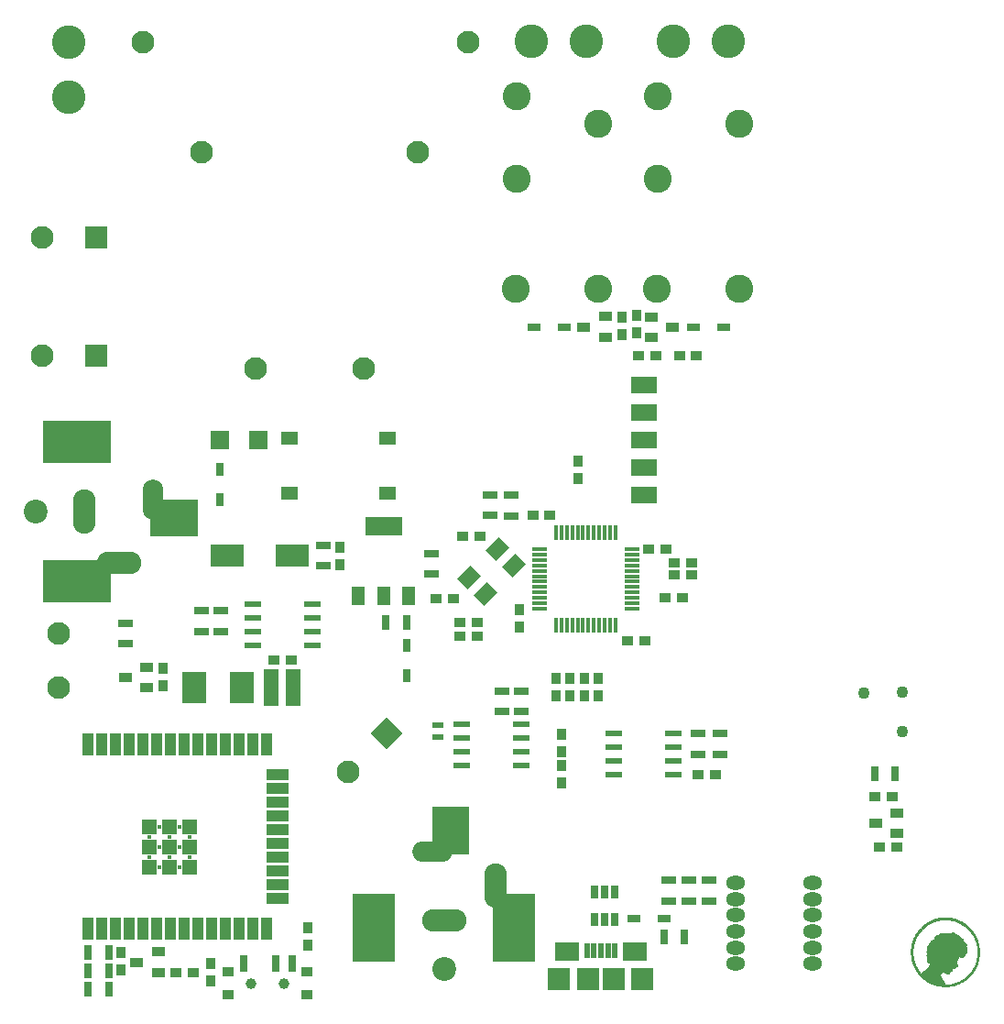
<source format=gts>
G04*
G04 #@! TF.GenerationSoftware,Altium Limited,Altium Designer,22.6.1 (34)*
G04*
G04 Layer_Color=16711833*
%FSLAX25Y25*%
%MOIN*%
G70*
G04*
G04 #@! TF.SameCoordinates,8414C9FA-97DA-49A9-B933-D5EF8910B524*
G04*
G04*
G04 #@! TF.FilePolarity,Negative*
G04*
G01*
G75*
%ADD19R,0.04194X0.03494*%
%ADD20R,0.04764X0.03543*%
%ADD21R,0.03150X0.05512*%
%ADD22R,0.05512X0.03150*%
%ADD23R,0.02717X0.05158*%
%ADD24R,0.04528X0.02559*%
%ADD25R,0.07874X0.07874*%
%ADD26R,0.08661X0.06693*%
%ADD27R,0.01968X0.05709*%
%ADD28R,0.03494X0.04194*%
%ADD29R,0.09252X0.06102*%
%ADD30R,0.05194X0.01594*%
%ADD31R,0.01594X0.05194*%
%ADD32R,0.06299X0.02362*%
G04:AMPARAMS|DCode=33|XSize=66.93mil|YSize=53.15mil|CornerRadius=0mil|HoleSize=0mil|Usage=FLASHONLY|Rotation=45.000|XOffset=0mil|YOffset=0mil|HoleType=Round|Shape=Rectangle|*
%AMROTATEDRECTD33*
4,1,4,-0.00487,-0.04245,-0.04245,-0.00487,0.00487,0.04245,0.04245,0.00487,-0.00487,-0.04245,0.0*
%
%ADD33ROTATEDRECTD33*%

%ADD34R,0.15748X0.24803*%
%ADD35R,0.13386X0.17717*%
%ADD36R,0.04331X0.02362*%
%ADD37R,0.02559X0.04528*%
%ADD38R,0.06496X0.05118*%
%ADD39R,0.06693X0.06693*%
%ADD40R,0.04331X0.03543*%
%ADD41R,0.03150X0.06299*%
%ADD42R,0.03937X0.08268*%
%ADD43R,0.08268X0.03937*%
%ADD44R,0.05630X0.05630*%
%ADD45R,0.05512X0.13780*%
%ADD46R,0.08894X0.11193*%
%ADD47R,0.24803X0.15748*%
%ADD48R,0.17717X0.13386*%
%ADD49R,0.13386X0.06693*%
%ADD50R,0.05118X0.06693*%
%ADD51R,0.12205X0.08268*%
%ADD52C,0.12205*%
%ADD53O,0.07087X0.05118*%
%ADD54C,0.04331*%
%ADD55C,0.10236*%
%ADD56O,0.14567X0.07480*%
%ADD57O,0.08268X0.16142*%
%ADD58O,0.16142X0.08268*%
%ADD59C,0.08661*%
%ADD60C,0.08268*%
%ADD61P,0.11692X4X270.0*%
%ADD62C,0.03937*%
%ADD63C,0.01575*%
%ADD64O,0.07480X0.14567*%
%ADD65R,0.08268X0.08268*%
G36*
X344611Y31252D02*
X345077D01*
X345124Y31205D01*
X345451D01*
X345497Y31158D01*
X345754D01*
X345800Y31111D01*
X346104D01*
X346174Y31040D01*
X346430D01*
X346500Y30970D01*
X346734D01*
X346804Y30899D01*
X346874D01*
X346944Y30828D01*
X347130D01*
X347154Y30805D01*
X347364D01*
X347457Y30711D01*
X347574D01*
X347620Y30664D01*
X347760D01*
X347854Y30570D01*
X347970D01*
X348040Y30499D01*
X348203D01*
X348297Y30405D01*
X348437D01*
X348553Y30287D01*
X348717D01*
X348810Y30193D01*
X348880D01*
X348973Y30099D01*
X349113D01*
X349207Y30005D01*
X349300D01*
X349417Y29887D01*
X349510D01*
X349580Y29817D01*
X349650D01*
X349743Y29722D01*
X349837D01*
X349953Y29605D01*
X350023D01*
X350093Y29534D01*
X350163D01*
X350257Y29440D01*
X350280D01*
X350327Y29393D01*
X350373D01*
X350443Y29322D01*
X350490D01*
X350560Y29252D01*
Y29252D01*
X350607D01*
X350700Y29158D01*
X350723D01*
X350816Y29063D01*
X350863D01*
X350957Y28969D01*
X351003D01*
X351097Y28875D01*
X351143D01*
X351260Y28758D01*
X351283D01*
X351400Y28640D01*
X351423D01*
X351493Y28569D01*
X351540D01*
X351657Y28452D01*
Y28451D01*
X351773Y28334D01*
X351820D01*
X351983Y28169D01*
Y28169D01*
X352006D01*
X352100Y28075D01*
X352100D01*
X352286Y27887D01*
X352310D01*
X352893Y27298D01*
Y27251D01*
X353290Y26851D01*
X353290D01*
Y26804D01*
X353500Y26592D01*
Y26569D01*
X353686Y26381D01*
Y26333D01*
X353756Y26263D01*
Y26239D01*
X353896Y26098D01*
Y26028D01*
X354013Y25910D01*
X354013D01*
Y25886D01*
X354106Y25792D01*
Y25745D01*
X354176Y25675D01*
Y25627D01*
X354293Y25510D01*
Y25463D01*
X354363Y25392D01*
Y25345D01*
X354433Y25274D01*
Y25227D01*
X354526Y25133D01*
Y25063D01*
X354643Y24945D01*
Y24874D01*
X354759Y24757D01*
Y24663D01*
X354876Y24545D01*
Y24427D01*
X354946Y24356D01*
Y24262D01*
X355016Y24192D01*
Y24168D01*
X355039Y24145D01*
Y24074D01*
X355133Y23980D01*
Y23909D01*
X355203Y23839D01*
Y23745D01*
X355273Y23674D01*
Y23556D01*
X355343Y23486D01*
Y23368D01*
X355436Y23274D01*
Y23156D01*
X355506Y23086D01*
Y22968D01*
X355553Y22921D01*
Y22827D01*
X355623Y22756D01*
Y22615D01*
X355716Y22521D01*
Y22333D01*
X355786Y22262D01*
Y22144D01*
X355809Y22121D01*
Y22003D01*
X355879Y21933D01*
Y21815D01*
X355903Y21791D01*
Y21650D01*
X355949Y21603D01*
Y21509D01*
X355996Y21462D01*
Y21321D01*
X356043Y21273D01*
Y21085D01*
X356066Y21062D01*
Y20944D01*
X356113Y20897D01*
Y20709D01*
X356136Y20685D01*
Y20520D01*
X356159Y20497D01*
Y20285D01*
X356183Y20261D01*
Y20120D01*
X356229Y20073D01*
Y19908D01*
X356253Y19885D01*
Y19508D01*
X356276Y19485D01*
Y18991D01*
X356299Y18967D01*
Y17743D01*
X356229Y17673D01*
Y17202D01*
X356183Y17155D01*
Y16826D01*
X356159Y16802D01*
Y16543D01*
X356113Y16496D01*
Y16308D01*
X356043Y16237D01*
Y16025D01*
X356019Y16002D01*
Y15837D01*
X355973Y15790D01*
Y15602D01*
X355903Y15531D01*
Y15413D01*
X355856Y15366D01*
Y15202D01*
X355809Y15155D01*
Y15037D01*
X355763Y14990D01*
Y14919D01*
X355763D01*
X355693Y14849D01*
Y14590D01*
X355623Y14519D01*
Y14448D01*
X355576Y14401D01*
Y14307D01*
X355553Y14284D01*
Y14237D01*
X355506Y14190D01*
Y14096D01*
X355413Y14001D01*
Y13884D01*
X355343Y13813D01*
Y13672D01*
X355249Y13578D01*
Y13460D01*
X355133Y13342D01*
Y13225D01*
X355039Y13131D01*
Y13060D01*
X354993Y13013D01*
Y12919D01*
X354899Y12825D01*
Y12731D01*
X354783Y12613D01*
Y12519D01*
X354643Y12377D01*
Y12260D01*
X354526Y12142D01*
Y12095D01*
X354410Y11977D01*
Y11883D01*
X354316Y11789D01*
Y11718D01*
X354153Y11554D01*
Y11483D01*
X354013Y11342D01*
Y11295D01*
X354013D01*
X353920Y11201D01*
Y11154D01*
X353756Y10989D01*
Y10895D01*
X353616Y10754D01*
Y10730D01*
X353406Y10518D01*
X353406D01*
Y10495D01*
X353266Y10353D01*
Y10330D01*
X353056Y10118D01*
X352928Y9965D01*
X352800Y9836D01*
X352407Y9553D01*
X352263Y9553D01*
X352157Y9212D01*
X352055Y9084D01*
X352030Y9059D01*
X352006D01*
X351890Y8941D01*
Y8941D01*
X351866D01*
X351703Y8777D01*
X351657D01*
X351493Y8612D01*
X351470D01*
X351307Y8447D01*
X351237D01*
X351050Y8259D01*
X350980D01*
X350887Y8165D01*
X350817D01*
X350677Y8024D01*
X350630D01*
X350490Y7882D01*
X350443D01*
X350327Y7765D01*
X350233D01*
X350093Y7624D01*
X350000D01*
X349883Y7506D01*
X349767D01*
X349627Y7365D01*
X349487D01*
X349300Y7176D01*
X349207D01*
X349160Y7129D01*
X349043D01*
X348927Y7012D01*
X348763D01*
X348600Y6847D01*
X348437D01*
X348343Y6753D01*
X348087D01*
X347947Y6611D01*
X347784D01*
X347690Y6517D01*
X347480D01*
X347410Y6447D01*
X347247D01*
X347130Y6329D01*
X346897D01*
X346827Y6259D01*
X346524D01*
X346430Y6164D01*
X346080D01*
X345987Y6070D01*
X345661D01*
X345614Y6023D01*
X345474D01*
X345427Y5976D01*
X344891D01*
X344867Y5953D01*
X344611D01*
X344564Y5906D01*
X342838D01*
X342791Y5953D01*
X342324D01*
X342254Y6023D01*
X341788D01*
X341718Y6094D01*
X341298D01*
X341228Y6164D01*
X340878D01*
X340761Y6282D01*
X340481D01*
X340388Y6376D01*
X340225D01*
X340201Y6400D01*
X340085D01*
X340015Y6470D01*
X339898D01*
X339805Y6565D01*
X339548D01*
X339431Y6682D01*
X339291D01*
X339221Y6753D01*
X339058D01*
X338965Y6847D01*
X338848D01*
X338731Y6965D01*
X338568D01*
X338405Y7129D01*
X338312D01*
X338242Y7200D01*
X338078D01*
X337938Y7341D01*
X337798D01*
X337635Y7506D01*
X337495D01*
X337332Y7671D01*
X337238D01*
X337122Y7788D01*
X337052D01*
X336888Y7953D01*
X336818D01*
X336655Y8118D01*
X336538D01*
X336422Y8235D01*
Y8235D01*
X336398D01*
X336235Y8400D01*
X336188D01*
Y8400D01*
X336048Y8541D01*
X335979D01*
X335792Y8730D01*
X335745D01*
X335512Y8965D01*
X335489D01*
Y8965D01*
X335325Y9130D01*
X335302D01*
X334975Y9459D01*
X334952D01*
X334695Y9718D01*
Y9718D01*
X334695D01*
X334345Y10071D01*
Y10118D01*
X334252Y10212D01*
X333995Y10518D01*
Y10542D01*
X333762Y10777D01*
Y10824D01*
X333599Y10989D01*
Y11060D01*
X333435Y11224D01*
Y11271D01*
X333295Y11413D01*
Y11507D01*
X333109Y11695D01*
Y11813D01*
X332922Y12001D01*
Y12095D01*
X332759Y12260D01*
Y12331D01*
X332665Y12425D01*
Y12472D01*
X332619Y12519D01*
Y12589D01*
X332572Y12636D01*
Y12683D01*
X332502Y12754D01*
Y12825D01*
X332455Y12872D01*
Y12919D01*
X332385Y12989D01*
Y13036D01*
X332362Y13060D01*
Y13107D01*
X332315Y13154D01*
Y13201D01*
X332246Y13272D01*
Y13366D01*
X332176Y13437D01*
Y13531D01*
X332059Y13648D01*
Y13813D01*
X331966Y13907D01*
Y14048D01*
X331896Y14119D01*
Y14237D01*
X331826Y14307D01*
Y14401D01*
X331779Y14449D01*
Y14519D01*
X331756Y14543D01*
Y14590D01*
X331709Y14637D01*
Y14802D01*
X331662Y14849D01*
Y14919D01*
X331592Y14990D01*
Y15108D01*
X331569Y15131D01*
Y15225D01*
X331522Y15272D01*
Y15343D01*
X331499Y15366D01*
Y15555D01*
X331429Y15625D01*
Y15790D01*
X331406Y15813D01*
Y15931D01*
X331359Y15978D01*
Y16119D01*
X331336Y16143D01*
Y16308D01*
X331289Y16355D01*
Y16473D01*
X331266Y16496D01*
Y16637D01*
X331242Y16661D01*
Y16779D01*
X331219Y16802D01*
Y16826D01*
X331196Y16849D01*
Y17131D01*
X331172Y17155D01*
Y17367D01*
X331149Y17390D01*
Y17696D01*
X331102Y17743D01*
Y19461D01*
X331149Y19508D01*
Y19979D01*
X331196Y20026D01*
Y20356D01*
X331242Y20403D01*
Y20662D01*
X331289Y20709D01*
Y21015D01*
X331382Y21109D01*
Y21415D01*
X331429Y21462D01*
Y21626D01*
X331499Y21697D01*
Y21862D01*
X331592Y21956D01*
Y22144D01*
X331639Y22191D01*
Y22356D01*
X331709Y22427D01*
Y22568D01*
X331756Y22615D01*
Y22733D01*
X331826Y22803D01*
Y22850D01*
X331896Y22921D01*
Y23133D01*
X332012Y23250D01*
Y23415D01*
X332082Y23486D01*
Y23556D01*
X332152Y23627D01*
Y23721D01*
X332199Y23768D01*
Y23815D01*
X332246Y23862D01*
Y23956D01*
X332339Y24051D01*
Y24145D01*
X332432Y24239D01*
Y24309D01*
X332502Y24380D01*
Y24474D01*
X332572Y24545D01*
Y24592D01*
X332642Y24663D01*
Y24710D01*
X332712Y24780D01*
Y24851D01*
X332805Y24945D01*
Y25039D01*
X332992Y25227D01*
Y25321D01*
X333109Y25439D01*
Y25510D01*
X333202Y25604D01*
Y25651D01*
X333342Y25792D01*
Y25839D01*
X333389Y25886D01*
Y25910D01*
X333505Y26028D01*
Y26075D01*
X333505D01*
X333622Y26192D01*
Y26263D01*
X333785Y26428D01*
X333785D01*
Y26451D01*
X333902Y26569D01*
Y26592D01*
X334042Y26733D01*
Y26781D01*
X334205Y26945D01*
X334205D01*
Y26969D01*
X334392Y27157D01*
Y27181D01*
X334509Y27298D01*
Y27298D01*
X334509D01*
X334835Y27628D01*
Y27628D01*
X334835D01*
X335115Y27910D01*
X335139D01*
X335372Y28146D01*
X335395D01*
Y28146D01*
X335582Y28334D01*
X335605D01*
Y28334D01*
X335768Y28499D01*
X335815D01*
X335979Y28663D01*
X336025D01*
X336165Y28804D01*
X336235D01*
X336375Y28946D01*
X336422D01*
X336608Y29134D01*
X336678D01*
X336842Y29299D01*
X336912D01*
X337005Y29393D01*
X337075D01*
X337192Y29511D01*
X337285D01*
X337425Y29652D01*
X337542D01*
X337658Y29770D01*
X337752D01*
X337892Y29911D01*
X338008D01*
X338102Y30005D01*
X338195D01*
X338312Y30123D01*
X338405D01*
X338451Y30169D01*
X338615D01*
X338755Y30311D01*
X338848D01*
X338918Y30381D01*
X339011D01*
X339058Y30428D01*
X339245D01*
X339385Y30570D01*
X339641D01*
X339781Y30711D01*
X339991D01*
X340061Y30781D01*
X340225D01*
X340318Y30876D01*
X340575D01*
X340645Y30946D01*
X340785D01*
X340855Y31017D01*
X341111D01*
X341158Y31064D01*
X341344D01*
X341391Y31111D01*
X341601D01*
X341648Y31158D01*
X341904D01*
X341951Y31205D01*
X342278D01*
X342324Y31252D01*
X342534D01*
X342558Y31276D01*
X343211D01*
X343234Y31299D01*
X344564D01*
X344611Y31252D01*
D02*
G37*
%LPC*%
G36*
X344194Y30194D02*
X342897D01*
X342830Y30127D01*
X342294D01*
X342204Y30038D01*
X341578D01*
X341466Y29926D01*
X341019D01*
X340885Y29792D01*
X340639D01*
X340572Y29724D01*
X340393D01*
X340326Y29657D01*
X340169D01*
X340080Y29568D01*
X339968D01*
X339901Y29501D01*
X339722D01*
X339633Y29411D01*
X339431D01*
X339275Y29255D01*
X339096D01*
X339006Y29165D01*
X338872D01*
X338738Y29031D01*
X338649D01*
X338537Y28920D01*
X338403D01*
X338313Y28830D01*
X338246D01*
X338157Y28741D01*
X338090D01*
X337933Y28584D01*
Y28562D01*
X337799D01*
X337732Y28495D01*
X337665D01*
X337531Y28360D01*
X337463D01*
X337329Y28226D01*
X337262D01*
X337173Y28137D01*
X337128D01*
X336972Y27980D01*
X336905D01*
X336815Y27891D01*
X336793D01*
X336681Y27779D01*
X336636D01*
X336480Y27623D01*
X336435D01*
X336234Y27421D01*
X336189D01*
X335921Y27153D01*
X335898D01*
X335742Y26996D01*
X335608Y26862D01*
X335585D01*
X335473Y26750D01*
Y26728D01*
X335295Y26549D01*
X335071Y26326D01*
Y26303D01*
X334914Y26147D01*
Y26124D01*
X334758Y25968D01*
Y25923D01*
X334727Y25869D01*
X334579Y25722D01*
X334579D01*
Y25699D01*
X334534Y25655D01*
Y25632D01*
X334445Y25543D01*
Y25521D01*
X334422Y25498D01*
X334400D01*
Y25476D01*
X334333Y25409D01*
X334333D01*
Y25386D01*
X334266Y25319D01*
Y25275D01*
X334199Y25207D01*
X334199D01*
X334154Y25163D01*
Y25140D01*
X334065Y25051D01*
Y25006D01*
X334065D01*
X333998Y24939D01*
Y24872D01*
X333930Y24805D01*
Y24782D01*
X333819Y24671D01*
Y24604D01*
X333774Y24559D01*
Y24536D01*
X333684Y24447D01*
Y24380D01*
X333684D01*
X333595Y24291D01*
Y24224D01*
X333528Y24156D01*
Y24089D01*
X333483Y24045D01*
Y24000D01*
X333394Y23910D01*
Y23866D01*
X333371Y23843D01*
Y23799D01*
X333304Y23731D01*
Y23664D01*
X333237Y23597D01*
Y23553D01*
X333192Y23508D01*
Y23418D01*
X333125Y23351D01*
Y23329D01*
X333081Y23284D01*
Y23195D01*
X333036Y23150D01*
Y23105D01*
X332991Y23061D01*
Y22971D01*
X332946Y22927D01*
Y22882D01*
X332924Y22859D01*
Y22792D01*
X332835Y22703D01*
Y22591D01*
X332790Y22546D01*
Y22479D01*
X332745Y22434D01*
Y22300D01*
X332678Y22233D01*
Y22121D01*
X332633Y22077D01*
Y21987D01*
X332633D01*
X332589Y21943D01*
Y21853D01*
X332522Y21786D01*
Y21607D01*
X332477Y21562D01*
Y21428D01*
X332432Y21384D01*
Y21249D01*
X332387Y21205D01*
Y21115D01*
X332365Y21093D01*
Y20959D01*
X332343Y20936D01*
Y20824D01*
X332298Y20780D01*
Y20601D01*
X332253Y20556D01*
Y20288D01*
X332208Y20243D01*
Y19997D01*
X332186Y19975D01*
Y19796D01*
X332164Y19773D01*
Y19595D01*
X332141Y19572D01*
Y19304D01*
X332119Y19282D01*
Y19013D01*
X332097Y18991D01*
Y18298D01*
X332119Y18275D01*
Y17850D01*
X332141Y17828D01*
Y17582D01*
X332164Y17560D01*
Y17224D01*
X332208Y17179D01*
Y16956D01*
X332231Y16933D01*
Y16732D01*
X332253Y16710D01*
Y16621D01*
X332276Y16598D01*
Y16486D01*
X332298Y16464D01*
Y16352D01*
X332320Y16330D01*
Y16240D01*
X332365Y16196D01*
Y16061D01*
X332387Y16039D01*
Y15927D01*
X332410Y15905D01*
Y15860D01*
X332432Y15838D01*
Y15793D01*
X332454Y15771D01*
Y15592D01*
X332499Y15547D01*
Y15458D01*
X332522Y15435D01*
Y15413D01*
X332566Y15368D01*
Y15279D01*
X332589Y15256D01*
Y15167D01*
X332633Y15122D01*
Y15010D01*
X332656Y14988D01*
Y14921D01*
X332700Y14876D01*
Y14787D01*
X332745Y14742D01*
Y14675D01*
X332790Y14630D01*
Y14563D01*
X332835Y14518D01*
Y14451D01*
X332857Y14429D01*
Y14362D01*
X332879Y14340D01*
Y14295D01*
X332946Y14228D01*
Y14161D01*
X332991Y14116D01*
Y14027D01*
X333036Y13982D01*
Y13959D01*
X333036D01*
X333081Y13915D01*
Y13848D01*
X333125Y13803D01*
Y13736D01*
X333192Y13669D01*
Y13602D01*
X333260Y13534D01*
Y13445D01*
X333304Y13400D01*
Y13333D01*
X333416Y13221D01*
Y13154D01*
X333461Y13110D01*
Y13065D01*
X333506Y13020D01*
Y12976D01*
X333573Y12908D01*
Y12841D01*
X333640Y12774D01*
Y12730D01*
X333729Y12640D01*
Y12573D01*
X333796Y12506D01*
X333796D01*
Y12483D01*
X333841Y12439D01*
Y12394D01*
X333930Y12305D01*
Y12260D01*
X334020Y12171D01*
Y12148D01*
X334065Y12103D01*
Y12059D01*
X334132Y11992D01*
Y11969D01*
X334199Y11902D01*
Y11857D01*
X334288Y11768D01*
X334288D01*
Y11746D01*
X334355Y11678D01*
X334355Y11678D01*
Y11656D01*
X334404Y11607D01*
X334422Y11581D01*
Y11567D01*
X334454Y11535D01*
X334568Y11369D01*
X334601Y11321D01*
X334601Y11321D01*
X334758Y11152D01*
Y11142D01*
X334758Y11142D01*
X334892Y11008D01*
X334892Y11008D01*
X334914Y11008D01*
X335004Y11097D01*
D01*
X335272Y11365D01*
X335473Y11544D01*
X335563Y11589D01*
X335742Y11723D01*
X335876Y11768D01*
X335988Y11880D01*
X336077D01*
X336144Y11947D01*
X336278D01*
X336368Y12036D01*
X336480D01*
X336681Y12238D01*
X336681Y12260D01*
X336815Y12394D01*
Y12416D01*
X336927Y12528D01*
Y12551D01*
X337016Y12640D01*
Y12685D01*
X337128Y12797D01*
Y12841D01*
X337329Y13043D01*
Y13087D01*
X337419Y13177D01*
Y13221D01*
X337575Y13378D01*
Y13423D01*
X337665Y13512D01*
X337665Y13579D01*
X337709Y13624D01*
Y13713D01*
X337844Y13848D01*
Y13892D01*
X337933Y13982D01*
Y14059D01*
X337933Y14094D01*
X337978Y14138D01*
X337978Y14317D01*
X338000Y14340D01*
X337978Y14380D01*
X337978Y14451D01*
X337889Y14541D01*
X337888Y14541D01*
X337727Y14541D01*
X337665Y14563D01*
X337598Y14563D01*
X337463Y14697D01*
X337352D01*
X337195Y14854D01*
Y14899D01*
X337151Y14943D01*
Y15078D01*
X337128Y15100D01*
Y15256D01*
X337106Y15279D01*
Y15346D01*
X337061Y15391D01*
Y15570D01*
X336949Y15681D01*
Y15793D01*
X336905Y15838D01*
Y15927D01*
X336882Y15950D01*
Y16285D01*
X336972Y16375D01*
Y16464D01*
X337039Y16531D01*
Y16621D01*
X337061Y16643D01*
Y16844D01*
X337016Y16889D01*
Y16978D01*
X336949Y17045D01*
X336949Y17068D01*
X336882Y17135D01*
Y17179D01*
X336815Y17247D01*
X336815Y17269D01*
X336793Y17291D01*
Y17381D01*
X336770Y17403D01*
Y17537D01*
X336793Y17560D01*
Y17627D01*
X336860Y17694D01*
Y17783D01*
X336882Y17806D01*
Y17873D01*
X336927Y17918D01*
Y17985D01*
X336972Y18029D01*
Y18119D01*
X336994Y18141D01*
X336972Y18163D01*
Y18230D01*
X336927Y18275D01*
Y18342D01*
X336882Y18387D01*
Y18454D01*
X336748Y18588D01*
Y18879D01*
X336815Y18946D01*
Y18991D01*
X336860Y19036D01*
Y19103D01*
X336927Y19170D01*
Y19214D01*
X336949Y19237D01*
Y19527D01*
X336972Y19550D01*
Y19617D01*
X337039Y19684D01*
Y19751D01*
X337061Y19773D01*
Y19930D01*
X337083Y19952D01*
Y20109D01*
X337061Y20131D01*
Y20198D01*
X337016Y20243D01*
Y20333D01*
X336994Y20355D01*
Y20511D01*
X336972Y20534D01*
X336994Y20556D01*
Y20646D01*
X337039Y20690D01*
Y20757D01*
X337195Y20914D01*
X337285Y21003D01*
X337374Y21093D01*
Y21115D01*
X337419Y21160D01*
Y21182D01*
X337531Y21294D01*
Y21339D01*
X337642Y21451D01*
Y21473D01*
X337732Y21562D01*
Y21607D01*
X337821Y21697D01*
X337933Y21808D01*
Y21853D01*
X338000Y21920D01*
Y21965D01*
X338067Y22032D01*
Y22077D01*
X338112Y22121D01*
Y22188D01*
X338134Y22211D01*
Y22278D01*
X338179Y22323D01*
Y22412D01*
X338224Y22457D01*
Y22524D01*
X338291Y22591D01*
Y22636D01*
X338492Y22837D01*
X338514D01*
X338559Y22882D01*
X338760D01*
X338872Y22994D01*
X338984D01*
X339118Y23128D01*
X339163D01*
X339230Y23195D01*
X339275D01*
X339342Y23262D01*
X339454D01*
X339521Y23329D01*
X339543D01*
X339588Y23374D01*
Y23754D01*
X339633Y23799D01*
Y23888D01*
X339722Y23978D01*
Y24000D01*
X339744Y24022D01*
Y24089D01*
X339811Y24156D01*
Y24224D01*
X339834Y24246D01*
Y24268D01*
X339901Y24335D01*
X339923Y24335D01*
X340013Y24425D01*
X340035D01*
X340169Y24559D01*
X340192Y24559D01*
X340281Y24648D01*
X340303D01*
X340371Y24715D01*
X340393D01*
X340482Y24805D01*
X340661D01*
X340706Y24850D01*
X341064D01*
X341108Y24894D01*
X341131D01*
X341176Y24939D01*
X341220D01*
X341285Y25004D01*
X341310Y25028D01*
X341332Y25028D01*
X341332Y25029D01*
X341422Y25118D01*
X341629Y25367D01*
X341668Y25386D01*
X341690Y25409D01*
X341757Y25453D01*
X341790Y25486D01*
X342034Y25655D01*
X342204D01*
X342227Y25677D01*
X342473D01*
X342517Y25632D01*
X342696D01*
X342719Y25610D01*
X342808D01*
X342897Y25520D01*
X343143Y25520D01*
X343196Y25573D01*
X343278Y25587D01*
X343352Y25662D01*
X343837Y25699D01*
X343926Y25655D01*
X343982D01*
X344127Y25610D01*
X344351Y25610D01*
X344396Y25655D01*
X344463D01*
X344552Y25744D01*
X344619D01*
X344664Y25789D01*
X344765D01*
X344787Y25811D01*
X344977D01*
X345022Y25766D01*
X345111D01*
X345223Y25655D01*
X345312D01*
X345402Y25565D01*
X345590Y25534D01*
X345626Y25498D01*
X345805Y25498D01*
X345884Y25578D01*
X345916Y25587D01*
X345973Y25644D01*
X346051Y25677D01*
X346051Y25678D01*
X346162Y25789D01*
X346386D01*
X346453Y25856D01*
X346766D01*
X346878Y25744D01*
X346967D01*
X347079Y25632D01*
Y25587D01*
X347146Y25521D01*
Y25431D01*
X347213Y25364D01*
Y25185D01*
X347236Y25163D01*
X347571D01*
X347616Y25118D01*
X347951D01*
X347996Y25073D01*
X348130D01*
X348242Y24961D01*
X348264D01*
X348354Y24872D01*
X348465D01*
X348533Y24805D01*
X348555D01*
X348689Y24671D01*
X348711D01*
X348890Y24492D01*
Y24447D01*
X348957Y24380D01*
Y24335D01*
X349002Y24291D01*
Y24246D01*
X349047Y24201D01*
Y24156D01*
X349114Y24089D01*
X349136D01*
X349203Y24022D01*
X349315D01*
X349405Y23933D01*
X349539D01*
X349584Y23888D01*
X349651D01*
X349740Y23799D01*
Y23731D01*
X349830Y23642D01*
Y23620D01*
X349874Y23575D01*
Y23553D01*
X349941Y23485D01*
Y23463D01*
X349964Y23441D01*
X350250D01*
X350465Y23162D01*
X350465Y23161D01*
X350548Y22931D01*
X350487Y22697D01*
X350478Y22681D01*
X350478Y22681D01*
X350478Y22681D01*
X350474Y22654D01*
X350456Y22636D01*
X350456Y22636D01*
X350456Y22524D01*
X350477Y22489D01*
X350478Y22479D01*
X350489Y22468D01*
X350523Y22412D01*
X350582Y22412D01*
X350657Y22345D01*
X350667Y22345D01*
X350746Y22278D01*
X350769Y22278D01*
X350992Y22054D01*
X351015D01*
X351082Y21987D01*
X351104D01*
X351194Y21898D01*
Y21876D01*
X351261Y21808D01*
X351350Y21719D01*
Y21674D01*
X351417Y21607D01*
Y21562D01*
X351484Y21495D01*
Y21451D01*
X351552Y21384D01*
Y21317D01*
X351507Y20824D01*
X351507Y20824D01*
X351501Y20774D01*
X351484Y20757D01*
X351484Y20757D01*
X351484Y20623D01*
X351525Y20576D01*
X351529Y20556D01*
X351618Y20467D01*
X351619Y20467D01*
X351753Y20131D01*
X351759Y20125D01*
X351797Y20031D01*
Y20019D01*
X351820Y19997D01*
Y19908D01*
X351842Y19885D01*
Y19796D01*
X351820Y19773D01*
Y19684D01*
X351775Y19639D01*
Y19550D01*
X351730Y19505D01*
Y19393D01*
X351753Y19371D01*
Y19192D01*
X351775Y19170D01*
Y19103D01*
X351797Y19080D01*
Y19036D01*
X351820Y19013D01*
Y18700D01*
X351775Y18655D01*
Y18611D01*
X351708Y18544D01*
Y18499D01*
X351663D01*
X351552Y18387D01*
X351507D01*
X351417Y18298D01*
Y18253D01*
X351373Y18208D01*
Y18007D01*
X351283Y17918D01*
X351194Y17828D01*
X351194Y17783D01*
X351149Y17739D01*
Y17716D01*
X351104Y17672D01*
Y17515D01*
X351015Y17425D01*
Y17314D01*
X350903Y17202D01*
X350814Y17112D01*
X350746Y17045D01*
X350635Y16933D01*
Y16867D01*
X350590Y16822D01*
X350523Y16822D01*
X350411Y16710D01*
X350322D01*
X350210Y16598D01*
X349874D01*
X349740Y16464D01*
X349561D01*
X349449Y16576D01*
X349203D01*
X349160Y16620D01*
X349159Y16621D01*
X349136Y16630D01*
Y16643D01*
X348957Y16822D01*
X348957Y16822D01*
X348823Y16822D01*
X348793Y16805D01*
X348734Y16799D01*
X348734Y16799D01*
X348622Y16710D01*
X348622Y16710D01*
X348622Y16663D01*
X348577Y16598D01*
X348577D01*
X348577Y16598D01*
X348577Y16598D01*
X348577Y16534D01*
X348533Y16442D01*
X348533Y16442D01*
X348533Y16365D01*
X348510Y16307D01*
Y16218D01*
X348488Y16196D01*
Y16151D01*
X348421Y16084D01*
Y16039D01*
X348331Y15950D01*
Y15905D01*
X348264Y15838D01*
X348264Y15815D01*
X348242Y15793D01*
Y15771D01*
X348108Y15637D01*
Y15614D01*
X348041Y15547D01*
Y15458D01*
X348018Y15435D01*
Y14831D01*
X348063Y14787D01*
Y14675D01*
X348085Y14653D01*
Y14541D01*
X348130Y14496D01*
Y14407D01*
X348152Y14384D01*
Y14094D01*
X348197Y14049D01*
Y13937D01*
X348264Y13870D01*
Y13758D01*
X348242Y13736D01*
Y13579D01*
X348220Y13557D01*
Y13356D01*
X348175Y13311D01*
Y13289D01*
X348152D01*
X348085Y13221D01*
X348063D01*
X347996Y13154D01*
X347974D01*
X347929Y13110D01*
X347772D01*
X347705Y13043D01*
X347504D01*
X347414Y12953D01*
X347347D01*
X347280Y12886D01*
X347258D01*
X347236Y12864D01*
Y12819D01*
X347168Y12752D01*
Y12707D01*
X347124Y12662D01*
Y12640D01*
X347034Y12551D01*
X346967Y12483D01*
Y12461D01*
X346945Y12439D01*
X346923D01*
X346878Y12394D01*
X346833D01*
X346788Y12349D01*
X346475D01*
X346408Y12282D01*
X346341Y12215D01*
Y12171D01*
X346296Y12126D01*
Y12081D01*
X346274Y12059D01*
Y11768D01*
X346252Y11746D01*
Y11656D01*
X346229Y11634D01*
Y11567D01*
X346162Y11500D01*
Y11477D01*
X346140Y11455D01*
X346006D01*
X345983Y11433D01*
X345782D01*
X345715Y11365D01*
X345626D01*
X345469Y11209D01*
Y11187D01*
X345380Y11097D01*
Y11008D01*
X345357Y10985D01*
Y10963D01*
X345245Y10851D01*
Y10784D01*
X345111Y10650D01*
X345022D01*
X344955Y10583D01*
X344105D01*
X343904Y10784D01*
X343703D01*
X343591Y10896D01*
X343434D01*
X343300Y11030D01*
X343188D01*
X343121Y11097D01*
X342741D01*
X342629Y10985D01*
X342607D01*
X342517Y10896D01*
X342495Y10896D01*
X342406Y10806D01*
Y10784D01*
X342316Y10695D01*
Y10672D01*
X342227Y10583D01*
Y10516D01*
X342160Y10449D01*
Y10314D01*
X342115Y10270D01*
Y10136D01*
X342092Y10113D01*
Y9957D01*
X342137Y9912D01*
Y9778D01*
X342204Y9711D01*
Y9644D01*
X342249Y9599D01*
Y9554D01*
X342338Y9465D01*
Y9398D01*
X342406Y9330D01*
Y9263D01*
X342495Y9174D01*
Y9062D01*
X342540Y9017D01*
Y8973D01*
X343054Y8458D01*
Y8436D01*
X343143Y8347D01*
Y8280D01*
X343233Y8190D01*
Y8123D01*
X343345Y8011D01*
Y7922D01*
X343412Y7855D01*
Y7720D01*
X343479Y7653D01*
Y7564D01*
X343546Y7497D01*
Y7385D01*
X343635Y7296D01*
Y7206D01*
X343680Y7162D01*
Y7094D01*
X343725Y7050D01*
Y6960D01*
X343770Y6915D01*
X344127Y6915D01*
X344150Y6938D01*
X344216Y6938D01*
X344754D01*
X344798Y6983D01*
X345268D01*
X345290Y7005D01*
X345737D01*
X345871Y7139D01*
X346095D01*
X346162Y7206D01*
X346431D01*
X346498Y7273D01*
X346721D01*
X346766Y7318D01*
X346900D01*
X346967Y7385D01*
X347146D01*
X347213Y7452D01*
X347303D01*
X347347Y7497D01*
X347526D01*
X347638Y7609D01*
X347817D01*
X347929Y7721D01*
X348063D01*
X348152Y7810D01*
X348309D01*
X348443Y7944D01*
X348600D01*
X348667Y8011D01*
X348756D01*
X348868Y8123D01*
X348957D01*
X349069Y8235D01*
X349203D01*
X349315Y8347D01*
X349360D01*
X349405Y8391D01*
X349494D01*
X349584Y8481D01*
X349628Y8481D01*
X349718Y8570D01*
X349785D01*
X349941Y8727D01*
X350009D01*
X350076Y8794D01*
X350120D01*
X350255Y8928D01*
X350299D01*
X350366Y8995D01*
X350389D01*
X350500Y9107D01*
X350568D01*
X350724Y9263D01*
X350746D01*
X350836Y9353D01*
X350881D01*
X350970Y9442D01*
X350992D01*
X351127Y9577D01*
X351194D01*
X351306Y9688D01*
Y9711D01*
X351328D01*
X351440Y9822D01*
X351462Y9822D01*
X351842Y10203D01*
X351865D01*
X352066Y10404D01*
X352200Y10538D01*
Y10560D01*
X352379Y10739D01*
Y10762D01*
X352513Y10896D01*
X352513Y10918D01*
X352670Y11075D01*
Y11097D01*
X352849Y11276D01*
Y11343D01*
X353094Y11589D01*
Y11656D01*
X353251Y11813D01*
Y11857D01*
X353363Y11969D01*
Y12036D01*
X353519Y12193D01*
Y12260D01*
X353609Y12349D01*
Y12394D01*
X353676Y12461D01*
Y12506D01*
X353765Y12595D01*
Y12640D01*
X353810Y12685D01*
Y12730D01*
X353922Y12841D01*
Y12931D01*
X353966Y12976D01*
Y13043D01*
X354034Y13110D01*
Y13154D01*
X354101Y13221D01*
Y13266D01*
X354168Y13333D01*
Y13378D01*
X354235Y13445D01*
Y13535D01*
X354302Y13602D01*
Y13669D01*
X354369Y13736D01*
Y13825D01*
X354414Y13870D01*
Y13915D01*
X354458Y13959D01*
Y14004D01*
X354503Y14049D01*
Y14116D01*
X354548Y14161D01*
Y14273D01*
X354615Y14340D01*
Y14429D01*
X354660Y14474D01*
Y14541D01*
X354704Y14585D01*
Y14653D01*
X354727Y14675D01*
Y14720D01*
X354749Y14742D01*
Y14764D01*
X354771Y14787D01*
Y14876D01*
X354816Y14921D01*
Y15010D01*
X354839Y15033D01*
Y15100D01*
X354906Y15167D01*
Y15279D01*
X354928Y15301D01*
Y15391D01*
X354973Y15435D01*
Y15570D01*
X355040Y15637D01*
Y15771D01*
X355062Y15793D01*
Y15905D01*
X355107Y15950D01*
Y16106D01*
X355152Y16151D01*
Y16375D01*
X355196Y16419D01*
Y16643D01*
X355241Y16688D01*
Y16799D01*
X355263Y16822D01*
Y17001D01*
X355308Y17045D01*
Y17448D01*
X355353Y17493D01*
Y17918D01*
X355375Y17940D01*
Y19438D01*
X355331Y19483D01*
Y19729D01*
X355308Y19751D01*
Y20042D01*
X355263Y20087D01*
Y20288D01*
X355241Y20310D01*
Y20467D01*
X355219Y20489D01*
Y20601D01*
X355196Y20623D01*
Y20713D01*
X355174Y20735D01*
Y20824D01*
X355129Y20869D01*
Y21003D01*
X355107Y21026D01*
Y21093D01*
X355085Y21115D01*
Y21249D01*
X355040Y21294D01*
Y21361D01*
X355017Y21384D01*
Y21518D01*
X354973Y21562D01*
Y21652D01*
X354950Y21674D01*
Y21719D01*
X354928Y21741D01*
Y21831D01*
X354906Y21853D01*
Y21920D01*
X354883Y21942D01*
Y21987D01*
X354839Y22032D01*
Y22077D01*
X354816Y22099D01*
Y22144D01*
X354794Y22166D01*
Y22189D01*
X354771Y22211D01*
Y22323D01*
X354727Y22367D01*
X354727Y22434D01*
X354704Y22457D01*
Y22524D01*
X354660Y22569D01*
Y22681D01*
X354615Y22725D01*
Y22815D01*
X354526Y22904D01*
Y22994D01*
X354481Y23038D01*
Y23105D01*
X354391Y23195D01*
Y23284D01*
X354324Y23351D01*
Y23441D01*
X354302Y23463D01*
Y23508D01*
X354235Y23575D01*
Y23642D01*
X354190Y23687D01*
Y23731D01*
X354123Y23799D01*
Y23866D01*
X354056Y23933D01*
Y23955D01*
X354011Y24000D01*
Y24045D01*
X353922Y24134D01*
Y24201D01*
X353855Y24268D01*
Y24358D01*
X353765Y24447D01*
Y24514D01*
X353698Y24581D01*
X353698Y24604D01*
X353609Y24693D01*
Y24760D01*
X353475Y24894D01*
Y24939D01*
X353408Y25006D01*
Y25051D01*
X353340Y25118D01*
Y25163D01*
X353273Y25230D01*
Y25252D01*
X353184Y25342D01*
X353139Y25386D01*
Y25431D01*
X353117D01*
X353050Y25498D01*
Y25565D01*
X352916Y25699D01*
Y25744D01*
X352804Y25856D01*
X352804Y25878D01*
X352670Y26012D01*
Y26057D01*
X352580Y26147D01*
X352558D01*
X352468Y26236D01*
Y26258D01*
X352334Y26393D01*
X352334Y26415D01*
X352222Y26527D01*
X351887Y26862D01*
X351708Y27041D01*
X351641Y27108D01*
X351619D01*
X351395Y27332D01*
X351373D01*
X351283Y27421D01*
X351261D01*
X351104Y27578D01*
X351060D01*
X350858Y27779D01*
X350791D01*
X350702Y27869D01*
Y27891D01*
X350657D01*
X350590Y27958D01*
X350545Y27958D01*
X350389Y28114D01*
X350366D01*
X350277Y28204D01*
X350210D01*
X350076Y28338D01*
X349964D01*
X349807Y28495D01*
X349718D01*
X349584Y28629D01*
X349472D01*
X349338Y28763D01*
X349271D01*
X349226Y28808D01*
X349203D01*
X349069Y28942D01*
X348957D01*
X348913Y28986D01*
X348823D01*
X348689Y29121D01*
X348600D01*
X348577Y29143D01*
X348533D01*
X348376Y29300D01*
X348175D01*
X348108Y29367D01*
X348018D01*
X347974Y29411D01*
X347884D01*
X347795Y29501D01*
X347660D01*
X347616Y29546D01*
X347459D01*
X347392Y29613D01*
X347280D01*
X347191Y29702D01*
X347034D01*
X346990Y29747D01*
X346833D01*
X346766Y29814D01*
X346475D01*
X346363Y29926D01*
X346117D01*
X346051Y29993D01*
X345782D01*
X345737Y30038D01*
X345514D01*
X345491Y30060D01*
X345268D01*
X345223Y30105D01*
X344932D01*
X344888Y30149D01*
X344642D01*
X344619Y30172D01*
X344217D01*
X344194Y30194D01*
D02*
G37*
%LPD*%
D19*
X319774Y56998D02*
D03*
X326074D02*
D03*
X324213Y75197D02*
D03*
X317913D02*
D03*
X253150Y235630D02*
D03*
X246850D02*
D03*
X238189D02*
D03*
X231889D02*
D03*
X248032Y147441D02*
D03*
X241732D02*
D03*
X244882Y155709D02*
D03*
X251182D02*
D03*
X244882Y160236D02*
D03*
X251182D02*
D03*
X235826Y165157D02*
D03*
X242126D02*
D03*
X259843Y83071D02*
D03*
X253543D02*
D03*
X234449Y131693D02*
D03*
X228149D02*
D03*
X173229Y133661D02*
D03*
X166929D02*
D03*
X173229Y138583D02*
D03*
X166929D02*
D03*
X164567Y147244D02*
D03*
X158267D02*
D03*
X199803Y177362D02*
D03*
X193503D02*
D03*
X167913Y169882D02*
D03*
X174213D02*
D03*
X70079Y11220D02*
D03*
X63779D02*
D03*
X105512Y125000D02*
D03*
X99212D02*
D03*
D20*
X326071Y61705D02*
D03*
X318236Y65445D02*
D03*
X326071Y69185D02*
D03*
X236528Y249515D02*
D03*
X244362Y245775D02*
D03*
X236528Y242035D02*
D03*
X219969Y242216D02*
D03*
X212134Y245957D02*
D03*
X219969Y249697D02*
D03*
X57264Y11220D02*
D03*
X49429Y14961D02*
D03*
X57264Y18701D02*
D03*
X53150Y122244D02*
D03*
X45315Y118504D02*
D03*
X53150Y114764D02*
D03*
D21*
X317913Y83661D02*
D03*
X325394D02*
D03*
X248819Y24016D02*
D03*
X241339D02*
D03*
X140157Y138583D02*
D03*
X147638D02*
D03*
X31693Y5118D02*
D03*
X39173D02*
D03*
X39173Y11909D02*
D03*
X31693D02*
D03*
X39173Y18602D02*
D03*
X31693D02*
D03*
D22*
X257677Y37205D02*
D03*
Y44685D02*
D03*
X250394Y37205D02*
D03*
Y44685D02*
D03*
X243110Y37205D02*
D03*
Y44685D02*
D03*
X261811Y98032D02*
D03*
Y90551D02*
D03*
X253740Y98032D02*
D03*
Y90551D02*
D03*
X189173Y106102D02*
D03*
Y113583D02*
D03*
X182480D02*
D03*
Y106102D02*
D03*
X156693Y156102D02*
D03*
Y163583D02*
D03*
X185827Y184744D02*
D03*
Y177264D02*
D03*
X177953Y184843D02*
D03*
Y177362D02*
D03*
X117323Y159055D02*
D03*
Y166535D02*
D03*
X79921Y135236D02*
D03*
Y142717D02*
D03*
X73032D02*
D03*
Y135039D02*
D03*
X45472Y130709D02*
D03*
Y138189D02*
D03*
D23*
X223425Y30492D02*
D03*
X219685D02*
D03*
X215945D02*
D03*
Y40374D02*
D03*
X219685D02*
D03*
X223425D02*
D03*
D24*
X230315Y30709D02*
D03*
X241339D02*
D03*
X262992Y245775D02*
D03*
X251969D02*
D03*
X193898Y245957D02*
D03*
X204921D02*
D03*
D25*
X223031Y8711D02*
D03*
X213583D02*
D03*
X203150D02*
D03*
X233465D02*
D03*
D26*
X206102Y18750D02*
D03*
X230512D02*
D03*
D27*
X213189Y19242D02*
D03*
X215748D02*
D03*
X218307D02*
D03*
X220866D02*
D03*
X223425D02*
D03*
D28*
X231299Y250197D02*
D03*
Y243897D02*
D03*
X225984Y243110D02*
D03*
Y249410D02*
D03*
X217323Y118307D02*
D03*
Y112007D02*
D03*
X212205D02*
D03*
Y118307D02*
D03*
X207087Y112007D02*
D03*
Y118307D02*
D03*
X201969Y112007D02*
D03*
Y118307D02*
D03*
X203937Y80118D02*
D03*
Y86418D02*
D03*
X203920Y91399D02*
D03*
Y97698D02*
D03*
X188779Y143111D02*
D03*
Y136811D02*
D03*
X209842Y197245D02*
D03*
Y190945D02*
D03*
X123228Y159645D02*
D03*
Y165945D02*
D03*
X111614Y27559D02*
D03*
Y21260D02*
D03*
X76378Y14370D02*
D03*
Y8071D02*
D03*
X43701Y12303D02*
D03*
Y18603D02*
D03*
X59055Y121851D02*
D03*
Y115551D02*
D03*
D29*
X234055Y184724D02*
D03*
Y194724D02*
D03*
Y204724D02*
D03*
Y214724D02*
D03*
Y224724D02*
D03*
D30*
X196063Y165157D02*
D03*
D03*
Y163189D02*
D03*
Y161221D02*
D03*
Y159252D02*
D03*
Y157283D02*
D03*
Y155315D02*
D03*
Y153347D02*
D03*
Y151378D02*
D03*
Y149409D02*
D03*
Y147441D02*
D03*
Y145472D02*
D03*
X229528D02*
D03*
Y147441D02*
D03*
Y149409D02*
D03*
Y151378D02*
D03*
Y153347D02*
D03*
Y155315D02*
D03*
Y157283D02*
D03*
Y159252D02*
D03*
Y161221D02*
D03*
Y163189D02*
D03*
Y165157D02*
D03*
Y143504D02*
D03*
X196063D02*
D03*
D31*
X215748Y137598D02*
D03*
X217717D02*
D03*
X219685D02*
D03*
X221654D02*
D03*
X201969D02*
D03*
X203937D02*
D03*
X205906D02*
D03*
X223622D02*
D03*
X207874D02*
D03*
X211811D02*
D03*
X213779D02*
D03*
X209842D02*
D03*
X207874Y171063D02*
D03*
X205906D02*
D03*
X201969D02*
D03*
X211811D02*
D03*
X203937D02*
D03*
X223622D02*
D03*
X221654D02*
D03*
X219685D02*
D03*
X217717D02*
D03*
X215748D02*
D03*
X213779D02*
D03*
X209842D02*
D03*
D32*
X223031Y98051D02*
D03*
Y93051D02*
D03*
Y88051D02*
D03*
Y83051D02*
D03*
X244685D02*
D03*
Y88051D02*
D03*
Y93051D02*
D03*
Y98051D02*
D03*
X167717Y101398D02*
D03*
Y96398D02*
D03*
Y91398D02*
D03*
Y86398D02*
D03*
X189370D02*
D03*
Y91398D02*
D03*
Y96398D02*
D03*
Y101398D02*
D03*
X91535Y130098D02*
D03*
Y135098D02*
D03*
Y140098D02*
D03*
Y145098D02*
D03*
X113189D02*
D03*
Y140098D02*
D03*
Y135098D02*
D03*
Y130098D02*
D03*
D33*
X176455Y148874D02*
D03*
X170331Y154999D02*
D03*
X186756Y159175D02*
D03*
X180631Y165299D02*
D03*
D34*
X135827Y27461D02*
D03*
X186614D02*
D03*
D35*
X163779Y62697D02*
D03*
D36*
X159055Y96850D02*
D03*
Y101181D02*
D03*
D37*
X147638Y119291D02*
D03*
Y130315D02*
D03*
X79528Y183268D02*
D03*
Y194291D02*
D03*
D38*
X105118Y205512D02*
D03*
Y185433D02*
D03*
X140551Y205512D02*
D03*
Y185433D02*
D03*
D39*
X93701Y204930D02*
D03*
X79528Y204912D02*
D03*
D40*
X82677Y3150D02*
D03*
X111417Y11417D02*
D03*
Y3150D02*
D03*
X82677Y11417D02*
D03*
D41*
X88189Y14370D02*
D03*
X100000D02*
D03*
X105905D02*
D03*
D42*
X31831Y27293D02*
D03*
X36831D02*
D03*
X41831D02*
D03*
X46831D02*
D03*
X51831D02*
D03*
X56831D02*
D03*
X61831D02*
D03*
X66831D02*
D03*
X71831D02*
D03*
X76831D02*
D03*
X81831D02*
D03*
X86831D02*
D03*
X91831D02*
D03*
X96831D02*
D03*
Y94222D02*
D03*
X91831D02*
D03*
X86831D02*
D03*
X81831D02*
D03*
X76831D02*
D03*
X71831D02*
D03*
X66831D02*
D03*
X61831D02*
D03*
X56831D02*
D03*
X51831D02*
D03*
X46831D02*
D03*
X41831D02*
D03*
X36831D02*
D03*
X31831D02*
D03*
D43*
X100768Y38258D02*
D03*
Y43258D02*
D03*
Y48258D02*
D03*
Y53258D02*
D03*
Y58258D02*
D03*
Y63258D02*
D03*
Y68258D02*
D03*
Y73258D02*
D03*
Y78258D02*
D03*
Y83258D02*
D03*
D44*
X54134Y49596D02*
D03*
Y56821D02*
D03*
Y64045D02*
D03*
X61358Y49596D02*
D03*
Y56821D02*
D03*
Y64045D02*
D03*
X68583Y49596D02*
D03*
Y56821D02*
D03*
Y64045D02*
D03*
D45*
X98228Y114764D02*
D03*
X106496D02*
D03*
D46*
X87638D02*
D03*
X70236D02*
D03*
D47*
X27657Y204331D02*
D03*
Y153543D02*
D03*
D48*
X62894Y176378D02*
D03*
D49*
X139173Y173425D02*
D03*
D50*
X130118Y148228D02*
D03*
X148228D02*
D03*
X139173D02*
D03*
D51*
X82284Y162795D02*
D03*
X105905D02*
D03*
D52*
X213150Y349803D02*
D03*
X193150D02*
D03*
X264528D02*
D03*
X244528D02*
D03*
X24606Y349370D02*
D03*
Y329370D02*
D03*
D53*
X295276Y43898D02*
D03*
Y37992D02*
D03*
Y32087D02*
D03*
Y26181D02*
D03*
Y20276D02*
D03*
Y14370D02*
D03*
X267323D02*
D03*
Y20276D02*
D03*
Y26181D02*
D03*
Y32087D02*
D03*
Y37992D02*
D03*
Y43898D02*
D03*
D54*
X327946Y113037D02*
D03*
X328046Y98797D02*
D03*
X313873Y112970D02*
D03*
D55*
X268543Y319685D02*
D03*
X238937Y329685D02*
D03*
X268543Y259685D02*
D03*
X238937Y299685D02*
D03*
X238543Y259685D02*
D03*
X217362Y319685D02*
D03*
X187756Y329685D02*
D03*
X217362Y259685D02*
D03*
X187756Y299685D02*
D03*
X187362Y259685D02*
D03*
D56*
X156890Y55020D02*
D03*
D57*
X180118Y42815D02*
D03*
X30413Y178937D02*
D03*
D58*
X161221Y30217D02*
D03*
X43012Y160039D02*
D03*
D59*
X161221Y12500D02*
D03*
X12697Y178937D02*
D03*
D60*
X126308Y84182D02*
D03*
X21063Y114764D02*
D03*
Y134449D02*
D03*
X14961Y235630D02*
D03*
Y278543D02*
D03*
X131890Y230906D02*
D03*
X92520D02*
D03*
X72835Y309646D02*
D03*
X151575D02*
D03*
X51772Y349410D02*
D03*
X169882D02*
D03*
D61*
X140227Y98101D02*
D03*
D62*
X91142Y7283D02*
D03*
X102953D02*
D03*
D63*
X54134Y53209D02*
D03*
Y60433D02*
D03*
X57746Y49596D02*
D03*
Y56821D02*
D03*
Y64045D02*
D03*
X61358Y53209D02*
D03*
Y60433D02*
D03*
X64970Y49596D02*
D03*
Y56821D02*
D03*
Y64045D02*
D03*
X68583Y53209D02*
D03*
Y60433D02*
D03*
D64*
X55216Y183268D02*
D03*
D65*
X34646Y235630D02*
D03*
Y278543D02*
D03*
M02*

</source>
